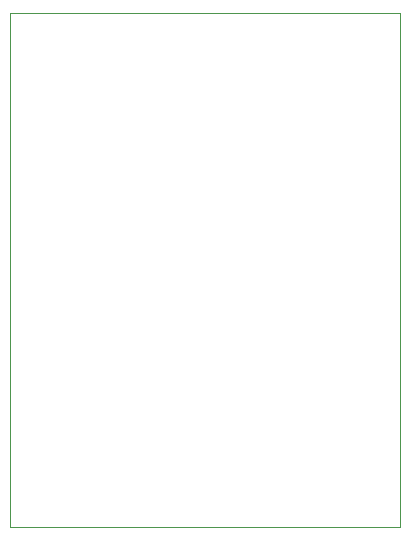
<source format=gbr>
G04 #@! TF.GenerationSoftware,KiCad,Pcbnew,(5.1.0)-1*
G04 #@! TF.CreationDate,2019-09-06T23:09:28-05:00*
G04 #@! TF.ProjectId,CH552G_dev,43483535-3247-45f6-9465-762e6b696361,rev?*
G04 #@! TF.SameCoordinates,Original*
G04 #@! TF.FileFunction,Profile,NP*
%FSLAX46Y46*%
G04 Gerber Fmt 4.6, Leading zero omitted, Abs format (unit mm)*
G04 Created by KiCad (PCBNEW (5.1.0)-1) date 2019-09-06 23:09:28*
%MOMM*%
%LPD*%
G04 APERTURE LIST*
%ADD10C,0.050000*%
G04 APERTURE END LIST*
D10*
X94500000Y-121500000D02*
X127500000Y-121500000D01*
X94500000Y-78000000D02*
X94500000Y-121500000D01*
X127500000Y-78000000D02*
X94500000Y-78000000D01*
X127500000Y-121500000D02*
X127500000Y-78000000D01*
M02*

</source>
